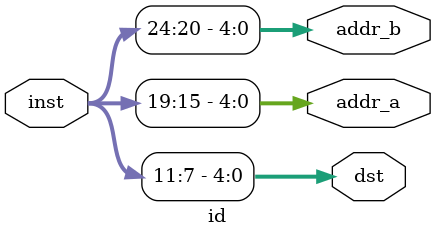
<source format=v>
module id(inst, dst, addr_a, addr_b);

input [31:0] inst;
output reg [4:0] dst;
output reg [4:0] addr_a;
output reg [4:0] addr_b;


	always @*
	begin
		addr_a = inst[19:15];
		addr_b = inst[24:20];
		dst = inst[11:7];
	end 

endmodule
</source>
